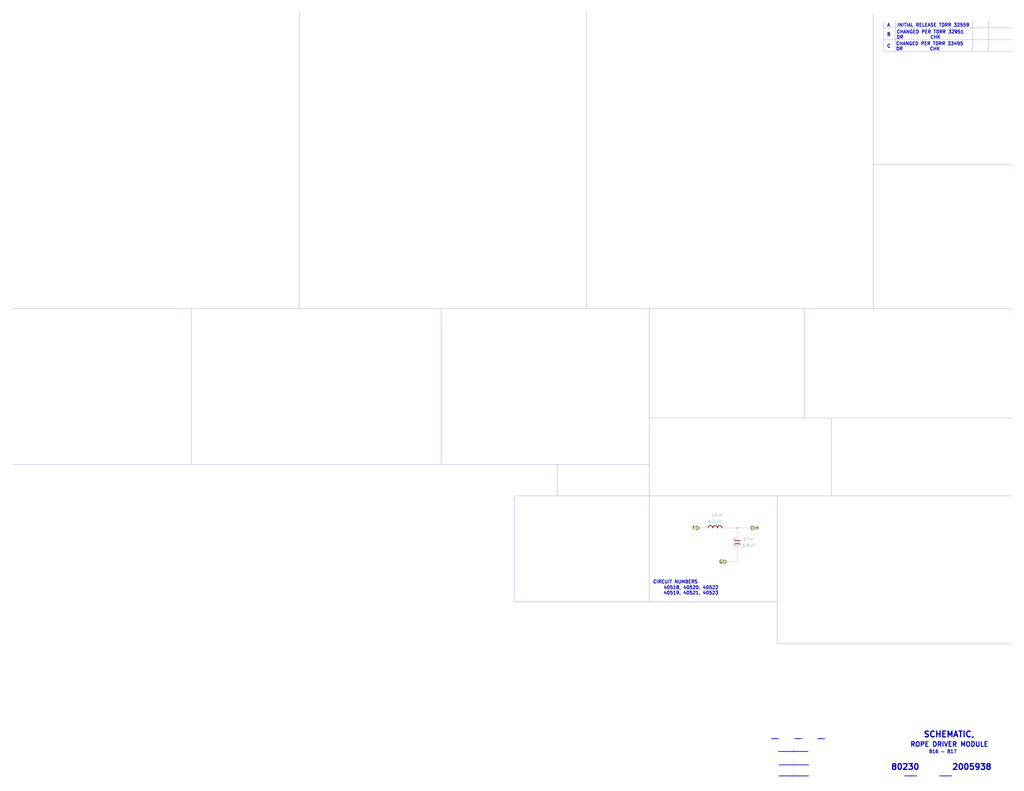
<source format=kicad_sch>
(kicad_sch (version 20211123) (generator eeschema)
  (paper "E")
  (lib_symbols
    (symbol "AGC_DSKY:Capacitor-Polarized" (pin_numbers hide) (pin_names (offset 0) hide)
      (property "Reference" "C" (at 4.445 5.08 0))
      (symbol "Capacitor-Polarized_0_0"
        (text "+" (at -2.54 4.445 0) (effects (font (size 3.556 3.556))))
        (text "-" (at -2.54 -3.81 0) (effects (font (size 3.556 3.556))))
      )
      (symbol "Capacitor-Polarized_0_1"
        (polyline (pts (xy -3.175 1.905) (xy 3.175 1.905)) (stroke (width 0.762)))
        (arc (start 3.175 -1.905) (mid 0 -1.2173) (end -3.175 -1.905) (stroke (width 0.762)))
      )
      (symbol "Capacitor-Polarized_1_1"
        (pin passive line (at 0 6.985 270) (length 5.08) (name "1") (number "1"))
        (pin passive line (at 0 -6.35 90) (length 5.08) (name "2") (number "2"))
      )
    )
    (symbol "AGC_DSKY:Inductor" (pin_numbers hide) (pin_names (offset 0) hide)
      (property "Reference" "L" (at -1.27 5.08 0))
      (symbol "Inductor_0_1"
        (arc (start -2.54 0) (mid -5.08 2.54) (end -7.62 0) (stroke (width 0.762)))
        (arc (start 2.54 0) (mid 0 2.54) (end -2.54 0) (stroke (width 0.762)))
        (arc (start 7.62 0) (mid 5.08 2.54) (end 2.54 0) (stroke (width 0.762)))
      )
      (symbol "Inductor_1_1"
        (pin passive line (at -10.16 0 0) (length 2.54) (name "1") (number "1"))
        (pin passive line (at 10.16 0 180) (length 2.54) (name "2") (number "2"))
      )
    )
  )
  (junction (at 804.545 576.58))
  (polyline (pts (xy 1061.847 22.987) (xy 1061.847 56.3626)) (stroke (width 0) (type solid)))
  (polyline (pts (xy 208.915 337.185) (xy 208.915 507.365)) (stroke (width 0) (type solid)))
  (polyline (pts (xy 877.57 456.565) (xy 877.57 337.185)) (stroke (width 0) (type solid)))
  (wire (pts (xy 804.545 598.805) (xy 804.545 613.41)))
  (polyline (pts (xy 608.33 507.365) (xy 608.33 541.655)) (stroke (width 0) (type solid)))
  (polyline (pts (xy 481.33 507.365) (xy 481.33 337.82)) (stroke (width 0) (type solid)))
  (polyline (pts (xy 848.36 702.945) (xy 1104.265 702.945)) (stroke (width 0) (type solid)))
  (polyline (pts (xy 1079.2968 22.987) (xy 1079.2968 56.3626)) (stroke (width 0) (type solid)))
  (polyline (pts (xy 1030.4526 848.3346) (xy 1032.9926 845.7946)) (stroke (width 0) (type solid)))
  (wire (pts (xy 804.545 585.47) (xy 804.545 576.58)))
  (polyline (pts (xy 561.34 657.225) (xy 848.36 657.225)) (stroke (width 0) (type solid)))
  (wire (pts (xy 790.575 576.58) (xy 804.545 576.58)))
  (polyline (pts (xy 953.135 337.185) (xy 953.135 15.24)) (stroke (width 0) (type solid)))
  (polyline (pts (xy 907.415 541.655) (xy 907.415 456.565)) (stroke (width 0) (type solid)))
  (polyline (pts (xy 708.66 657.225) (xy 708.66 337.185)) (stroke (width 0) (type solid)))
  (polyline (pts (xy 844.3976 807.6946) (xy 846.3026 805.1546)) (stroke (width 0) (type solid)))
  (polyline (pts (xy 964.4888 30.5308) (xy 1104.9508 30.5308)) (stroke (width 0) (type solid)))
  (polyline (pts (xy 640.08 337.185) (xy 640.08 13.97)) (stroke (width 0) (type solid)))
  (polyline (pts (xy 13.335 337.185) (xy 1103.63 337.185)) (stroke (width 0) (type solid)))
  (wire (pts (xy 793.115 613.41) (xy 804.545 613.41)))
  (polyline (pts (xy 964.438 56.3626) (xy 1105.027 56.3626)) (stroke (width 0) (type solid)))
  (polyline (pts (xy 992.3526 848.3346) (xy 994.8926 845.7946)) (stroke (width 0) (type solid)))
  (wire (pts (xy 770.255 576.58) (xy 763.27 576.58)))
  (polyline (pts (xy 864.0826 848.9696) (xy 867.2576 844.5246)) (stroke (width 0) (type solid)))
  (polyline (pts (xy 964.4888 43.3578) (xy 1104.9508 43.3578)) (stroke (width 0) (type solid)))
  (polyline (pts (xy 864.0826 836.9046) (xy 867.2576 832.4596)) (stroke (width 0) (type solid)))
  (polyline (pts (xy 870.4326 807.6946) (xy 872.3376 805.1546)) (stroke (width 0) (type solid)))
  (polyline (pts (xy 708.66 456.565) (xy 1104.265 456.565)) (stroke (width 0) (type solid)))
  (polyline (pts (xy 895.1976 807.6946) (xy 897.1026 805.1546)) (stroke (width 0) (type solid)))
  (polyline (pts (xy 13.97 507.365) (xy 708.66 507.365)) (stroke (width 0) (type solid)))
  (polyline (pts (xy 964.438 22.987) (xy 964.438 56.3626)) (stroke (width 0) (type solid)))
  (polyline (pts (xy 976.9094 22.987) (xy 976.9094 56.3626)) (stroke (width 0) (type solid)))
  (polyline (pts (xy 561.34 541.655) (xy 1104.265 541.655)) (stroke (width 0) (type solid)))
  (wire (pts (xy 804.545 576.58) (xy 819.785 576.58)))
  (polyline (pts (xy 864.0826 822.2996) (xy 867.2576 817.8546)) (stroke (width 0) (type solid)))
  (polyline (pts (xy 953.135 179.705) (xy 1104.265 179.705)) (stroke (width 0) (type solid)))
  (polyline (pts (xy 326.39 337.185) (xy 326.39 13.335)) (stroke (width 0) (type solid)))
  (polyline (pts (xy 561.34 541.655) (xy 561.34 657.225)) (stroke (width 0) (type solid)))
  (polyline (pts (xy 848.36 541.655) (xy 848.36 702.945)) (stroke (width 0) (type solid)))
  (text "CHANGED PER TDRR 33495\nDR           CHK" (at 977.5698 55.5498 0) (effects (font (size 3.556 3.556) (thickness 0.7112) bold) (justify left bottom)))
  (text "___" (at 841.375 807.085 0) (effects (font (size 3.556 3.556) (thickness 0.7112) bold) (justify left bottom)))
  (text "ROPE DRIVER MODULE" (at 993.14 815.975 0) (effects (font (size 5.08 5.08) (thickness 1.016) bold) (justify left bottom)))
  (text "A   INITIAL RELEASE TDRR 32559" (at 967.7908 29.5148 0) (effects (font (size 3.556 3.556) (thickness 0.7112) bold) (justify left bottom)))
  (text "___" (at 866.775 807.085 0) (effects (font (size 3.556 3.556) (thickness 0.7112) bold) (justify left bottom)))
  (text "_____" (at 1024.7376 847.6996 0) (effects (font (size 3.556 3.556) (thickness 0.7112) bold) (justify left bottom)))
  (text "____________" (at 848.995 821.055 0) (effects (font (size 3.556 3.556) (thickness 0.7112) bold) (justify left bottom)))
  (text "2005938" (at 1038.7076 841.3496 0) (effects (font (size 6.35 6.35) (thickness 1.27) bold) (justify left bottom)))
  (text "80230" (at 972.0326 841.3496 0) (effects (font (size 6.35 6.35) (thickness 1.27) bold) (justify left bottom)))
  (text "B" (at 967.7908 39.8018 0) (effects (font (size 3.556 3.556) (thickness 0.7112) bold) (justify left bottom)))
  (text "CIRCUIT NUMBERS" (at 712.47 637.54 0) (effects (font (size 3.556 3.556) (thickness 0.7112) bold) (justify left bottom)))
  (text "SCHEMATIC," (at 1007.5926 805.7896 0) (effects (font (size 6.35 6.35) (thickness 1.27) bold) (justify left bottom)))
  (text "___" (at 891.54 807.085 0) (effects (font (size 3.556 3.556) (thickness 0.7112) bold) (justify left bottom)))
  (text "CHANGED PER TDRR 32951\nDR           CHK" (at 978.2048 42.7228 0) (effects (font (size 3.556 3.556) (thickness 0.7112) bold) (justify left bottom)))
  (text "_____" (at 986.6376 847.6996 0) (effects (font (size 3.556 3.556) (thickness 0.7112) bold) (justify left bottom)))
  (text "B16 — B17" (at 1013.46 822.96 0) (effects (font (size 3.556 3.556) (thickness 0.7112) bold) (justify left bottom)))
  (text "____________" (at 849.63 847.725 0) (effects (font (size 3.556 3.556) (thickness 0.7112) bold) (justify left bottom)))
  (text "____________" (at 849.63 835.66 0) (effects (font (size 3.556 3.556) (thickness 0.7112) bold) (justify left bottom)))
  (text "C" (at 967.7908 52.5018 0) (effects (font (size 3.556 3.556) (thickness 0.7112) bold) (justify left bottom)))
  (text "40518, 40520, 40522\n40519, 40521, 40523" (at 723.9 649.605 0) (effects (font (size 3.556 3.556) (thickness 0.7112) bold) (justify left bottom)))
  (hierarchical_label "G" (shape input) (at 793.115 613.41 180) (effects (font (size 3.556 3.556) (thickness 0.7112) bold)))
  (hierarchical_label "H" (shape output) (at 819.785 576.58 0) (effects (font (size 3.556 3.556) (thickness 0.7112) bold)))
  (hierarchical_label "F" (shape input) (at 763.27 576.58 180) (effects (font (size 3.556 3.556) (thickness 0.7112) bold)))
  (symbol (lib_id "AGC_DSKY:Inductor") (at 780.415 576.58 0)
    (property "Reference" "1L9" (at 785.495 562.61 0))
    (property "Value" "8.2UH" (at 779.78 569.595 0) (effects (font (size 3.302 3.302))))
    (property "OREFD" "L9" (at 779.78 562.61 0) (effects (font (size 3.302 3.302))))
  )
  (symbol (lib_id "AGC_DSKY:Capacitor-Polarized") (at 804.545 592.455 0)
    (property "Reference" "1C7" (at 820.42 589.28 0))
    (property "Value" "6.8UF" (at 817.245 595.63 0) (effects (font (size 3.302 3.302))))
    (property "OREFD" "C7" (at 814.705 589.28 0) (effects (font (size 3.302 3.302))))
  )
)
</source>
